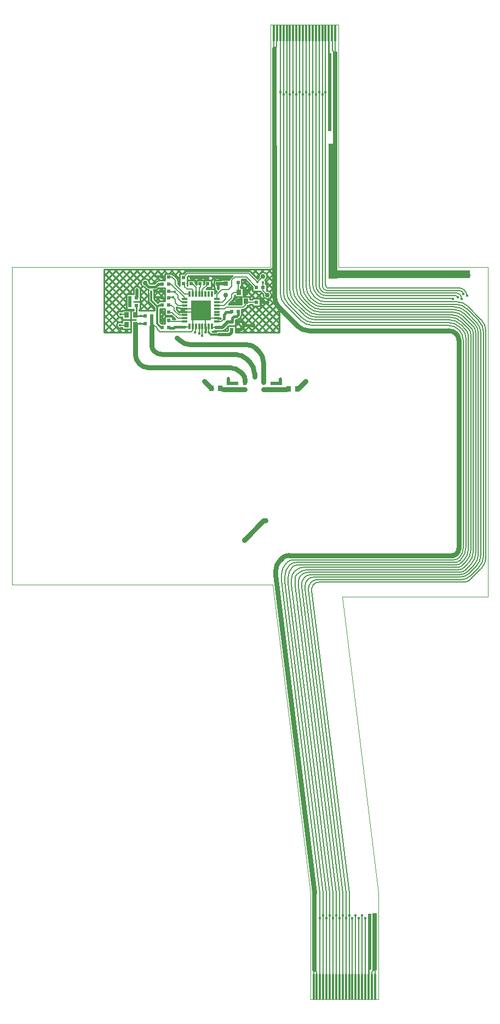
<source format=gtl>
G04*
G04 #@! TF.GenerationSoftware,Altium Limited,Altium Designer,19.0.12 (326)*
G04*
G04 Layer_Physical_Order=1*
G04 Layer_Color=255*
%FSLAX44Y44*%
%MOMM*%
G71*
G01*
G75*
%ADD17C,0.2032*%
%ADD18C,0.0127*%
%ADD19C,0.0130*%
%ADD20R,0.8000X0.9000*%
%ADD21R,0.6000X0.6000*%
%ADD22R,3.1000X3.1000*%
%ADD23R,0.3100X0.9000*%
%ADD24R,0.9000X0.3100*%
%ADD25R,0.7200X0.7200*%
%ADD26R,0.7500X0.8500*%
%ADD27R,0.6000X0.6000*%
%ADD28R,0.3000X2.6000*%
%ADD29R,0.3000X4.0000*%
%ADD42C,0.2413*%
%ADD43C,0.7620*%
%ADD44C,0.8000*%
%ADD45C,0.8000*%
%ADD46C,0.7500*%
%ADD47C,0.3810*%
%ADD48C,0.5080*%
%ADD49C,0.6350*%
%ADD50C,0.4064*%
%ADD51C,0.3302*%
%ADD52C,0.4572*%
%ADD53C,0.2540*%
%ADD54C,0.4318*%
%ADD55C,0.3048*%
%ADD56R,21.9572X1.2446*%
%ADD57R,1.3176X20.8234*%
%ADD58R,0.5588X12.1156*%
%ADD59R,0.6350X35.0264*%
G04:AMPARAMS|DCode=60|XSize=0.7552mm|YSize=49.8095mm|CornerRadius=0mm|HoleSize=0mm|Usage=FLASHONLY|Rotation=7.000|XOffset=0mm|YOffset=0mm|HoleType=Round|Shape=Rectangle|*
%AMROTATEDRECTD60*
4,1,4,2.6603,-24.7651,-3.4099,24.6731,-2.6603,24.7651,3.4099,-24.6731,2.6603,-24.7651,0.0*
%
%ADD60ROTATEDRECTD60*%

%ADD61R,0.6350X8.7930*%
%ADD62R,0.5588X8.7422*%
%ADD63C,0.4064*%
%ADD64C,0.7620*%
%ADD65C,0.5000*%
G36*
X452334Y11088D02*
D01*
D02*
G37*
D17*
X232980Y418237D02*
G03*
X232335Y419793I-2201J0D01*
G01*
X697506Y448730D02*
G03*
X696151Y452003I-4629J0D01*
G01*
X695870Y452284D02*
G03*
X692297Y453764I-3573J-3573D01*
G01*
X469804Y462940D02*
G03*
X475078Y450208I18007J0D01*
G01*
D02*
G03*
X484933Y446126I9855J9855D01*
G01*
X689316Y443650D02*
G03*
X683339Y446126I-5977J-5977D01*
G01*
X474792Y462277D02*
G03*
X478634Y453002I13117J0D01*
G01*
D02*
G03*
X485379Y450208I6745J6745D01*
G01*
X692364Y447714D02*
G03*
X687110Y450208I-6127J-6127D01*
G01*
X479804Y460943D02*
G03*
X481936Y455796I7279J0D01*
G01*
D02*
G03*
X486842Y453764I4906J4906D01*
G01*
X704416Y429842D02*
G03*
X688868Y436282I-15547J-15547D01*
G01*
X459804Y462541D02*
G03*
X467243Y444580I25400J0D01*
G01*
X468982Y442842D02*
G03*
X484819Y436282I15837J15837D01*
G01*
X466169Y438713D02*
G03*
X481353Y432424I15184J15184D01*
G01*
X464337Y440375D02*
G03*
X466169Y438713I17960J17960D01*
G01*
X703379Y425496D02*
G03*
X686655Y432424I-16724J-16724D01*
G01*
X425412Y34204D02*
G03*
X425410Y34202I9196J-9200D01*
G01*
X434608Y38012D02*
G03*
X425412Y34204I0J-13008D01*
G01*
X423986Y32778D02*
G03*
X416547Y14817I17960J-17960D01*
G01*
X429204Y29868D02*
G03*
X421765Y11908I17960J-17960D01*
G01*
X439645Y34202D02*
G03*
X429220Y29884I0J-14743D01*
G01*
X433896Y27307D02*
G03*
X427015Y10695I16612J-16612D01*
G01*
X443770Y30392D02*
G03*
X433896Y27307I0J-17344D01*
G01*
X436579Y19717D02*
G03*
X432268Y9310I10407J-10407D01*
G01*
X450988Y26582D02*
G03*
X438110Y21248I0J-18211D01*
G01*
X440396Y15660D02*
G03*
X437479Y8618I7042J-7042D01*
G01*
X457566Y22772D02*
G03*
X440396Y15660I0J-24282D01*
G01*
X447000Y14305D02*
G03*
X442724Y3981I10324J-10324D01*
G01*
X458243Y18962D02*
G03*
X447000Y14305I0J-15900D01*
G01*
X462145Y15152D02*
G03*
X452334Y11088I0J-13875D01*
G01*
D02*
G03*
X447718Y-56I11144J-11144D01*
G01*
X457414Y7786D02*
G03*
X453192Y-2406I10192J-10192D01*
G01*
X466177Y11416D02*
G03*
X457414Y7786I0J-12392D01*
G01*
X462748Y3722D02*
G03*
X458310Y-6992I10714J-10714D01*
G01*
X471333Y7278D02*
G03*
X462748Y3722I0J-12141D01*
G01*
X465796Y-342D02*
G03*
X463510Y-5861I5519J-5519D01*
G01*
X475607Y3722D02*
G03*
X465796Y-342I0J-13875D01*
G01*
X699781Y3722D02*
G03*
X708366Y7278I0J12141D01*
G01*
X725311Y24223D02*
G03*
X732750Y42183I-17960J17960D01*
G01*
Y390987D02*
G03*
X725311Y408947I-25400J0D01*
G01*
X695158Y440969D02*
G03*
X692364Y447714I-9539J0D01*
G01*
X703814Y446126D02*
G03*
X698460Y455334I-20071J-5509D01*
G01*
D02*
G03*
X693666Y457320I-4794J-4794D01*
G01*
X693798Y7278D02*
G03*
X709128Y13628I0J21680D01*
G01*
X721501Y26000D02*
G03*
X728940Y43961I-17960J17960D01*
G01*
Y389414D02*
G03*
X721501Y407375I-25400J0D01*
G01*
X692872Y11416D02*
G03*
X707307Y17395I0J20414D01*
G01*
X717437Y27524D02*
G03*
X724876Y45485I-17960J17960D01*
G01*
Y387663D02*
G03*
X717437Y405624I-25400J0D01*
G01*
X701882Y421178D02*
G03*
X683921Y428618I-17960J-17960D01*
G01*
X692546Y15152D02*
G03*
X704810Y20232I0J17344D01*
G01*
X713627Y29049D02*
G03*
X721066Y47009I-17960J17960D01*
G01*
Y387516D02*
G03*
X714780Y402692I-21462J0D01*
G01*
X700358Y417114D02*
G03*
X682397Y424554I-17960J-17960D01*
G01*
X693133Y18962D02*
G03*
X700492Y22010I0J10407D01*
G01*
X709563Y31081D02*
G03*
X717002Y49041I-17960J17960D01*
G01*
Y388532D02*
G03*
X712514Y399370I-15330J0D01*
G01*
X698834Y413050D02*
G03*
X680873Y420490I-17960J-17960D01*
G01*
X690742Y22772D02*
G03*
X698714Y26074I0J11274D01*
G01*
X705753Y33112D02*
G03*
X713192Y51073I-17960J17960D01*
G01*
Y388180D02*
G03*
X709890Y396152I-11274J0D01*
G01*
X697056Y408986D02*
G03*
X679095Y416426I-17960J-17960D01*
G01*
X689788Y26582D02*
G03*
X695920Y29122I0J8672D01*
G01*
X701943Y35145D02*
G03*
X709382Y53105I-17960J17960D01*
G01*
X687634Y30392D02*
G03*
X694841Y33377I0J10192D01*
G01*
X698206Y36742D02*
G03*
X705572Y54525I-17783J17783D01*
G01*
X709382Y386178D02*
G03*
X705882Y394628I-11950J0D01*
G01*
X695334Y405176D02*
G03*
X677373Y412616I-17960J-17960D01*
G01*
X705572Y383899D02*
G03*
X701508Y393710I-13875J0D01*
G01*
X694105Y401112D02*
G03*
X676145Y408552I-17960J-17960D01*
G01*
X685619Y34202D02*
G03*
X692364Y36996I0J9539D01*
G01*
X694323Y38955D02*
G03*
X701762Y56915I-17960J17960D01*
G01*
Y380840D02*
G03*
X696682Y393104I-17344J0D01*
G01*
X692992Y396794D02*
G03*
X675031Y404234I-17960J-17960D01*
G01*
X683017Y38012D02*
G03*
X691602Y41568I0J12141D01*
G01*
X697698Y376801D02*
G03*
X690840Y393358I-23415J0D01*
G01*
D02*
G03*
X675008Y399916I-15832J-15832D01*
G01*
X691602Y41568D02*
G03*
X697698Y56285I-14717J14717D01*
G01*
X414804Y449706D02*
G03*
X422243Y431745I25400J0D01*
G01*
X446634Y407355D02*
G03*
X464594Y399916I17960J17960D01*
G01*
X419804Y450725D02*
G03*
X427243Y432764I25400J0D01*
G01*
X448335Y411673D02*
G03*
X466295Y404234I17960J17960D01*
G01*
X424804Y452837D02*
G03*
X432243Y434876I25400J0D01*
G01*
X451129Y415991D02*
G03*
X469089Y408552I17960J17960D01*
G01*
X429804Y453933D02*
G03*
X437243Y435972I25400J0D01*
G01*
X453161Y420055D02*
G03*
X471121Y412616I17960J17960D01*
G01*
X434804Y455283D02*
G03*
X442243Y437322I25400J0D01*
G01*
X455700Y423865D02*
G03*
X473661Y416426I17960J17960D01*
G01*
X439804Y456887D02*
G03*
X447243Y438926I25400J0D01*
G01*
X458241Y427929D02*
G03*
X476201Y420490I17960J17960D01*
G01*
X444804Y457900D02*
G03*
X452243Y439939I25400J0D01*
G01*
X460190Y431993D02*
G03*
X478150Y424554I17960J17960D01*
G01*
X462632Y435730D02*
G03*
X479802Y428618I17170J17170D01*
G01*
X449804Y459079D02*
G03*
X457243Y441118I25400J0D01*
G01*
X454804Y459901D02*
G03*
X461870Y442842I24125J0D01*
G01*
X472030Y446906D02*
G03*
X484907Y441572I12877J12877D01*
G01*
X464804Y464351D02*
G03*
X472030Y446906I24671J0D01*
G01*
X486758Y458086D02*
G03*
X488602Y457320I1843J1836D01*
G01*
X484804Y462809D02*
G03*
X486758Y458086I6685J0D01*
G01*
X217241Y402899D02*
X224598Y395542D01*
X232980Y414213D02*
Y418237D01*
Y406166D02*
Y414213D01*
X695870Y452284D02*
X696151Y452003D01*
X486842Y453764D02*
X692297D01*
X484933Y446126D02*
X683339D01*
X485379Y450208D02*
X687110D01*
X704416Y429842D02*
X725311Y408947D01*
X484819Y436282D02*
X688868D01*
X467243Y444580D02*
X468982Y442842D01*
X461870D02*
X464337Y440375D01*
X481353Y432424D02*
X686655D01*
X703379Y425496D02*
X721501Y407375D01*
X379182Y467223D02*
X379560D01*
X387910Y475574D01*
X388288D01*
X366170Y480236D02*
X379182Y467223D01*
X405929Y826503D02*
X409352Y829926D01*
Y851296D01*
X499804Y819596D02*
Y851296D01*
X495256Y824144D02*
X499804Y819596D01*
X495256Y824144D02*
Y851296D01*
X387992Y459398D02*
Y466420D01*
X388072Y453764D02*
Y459318D01*
X387992Y459398D02*
X388072Y459318D01*
Y453764D02*
X394930Y446906D01*
X228629Y390046D02*
X277091D01*
X224598Y394078D02*
X228629Y390046D01*
X277091D02*
X279362Y392317D01*
X224598Y394078D02*
Y395542D01*
X271120Y480236D02*
X366170D01*
X265028Y474145D02*
X271120Y480236D01*
X377992Y458235D02*
Y458810D01*
X362166Y474636D02*
X377992Y458810D01*
X344636Y474636D02*
X362166D01*
X387992Y466420D02*
X387993Y466421D01*
X327847Y430857D02*
X339863Y442873D01*
X317152Y430857D02*
X327847D01*
X339863Y442873D02*
Y447172D01*
X294362Y383706D02*
Y398067D01*
X488602Y457320D02*
X693666D01*
X484907Y441572D02*
X680549D01*
X476201Y420490D02*
X680873D01*
X473661Y416426D02*
X679095D01*
X479802Y428618D02*
X683921D01*
X478150Y424554D02*
X682397D01*
X340066Y470066D02*
X344636Y474636D01*
X340066Y460226D02*
Y470066D01*
X334666Y454826D02*
X340066Y460226D01*
X377992Y458205D02*
X377992D01*
X324306Y454826D02*
X334666D01*
X317152Y447673D02*
X324306Y454826D01*
X317152Y440857D02*
Y447673D01*
X434608Y38012D02*
X683017D01*
X425410Y34202D02*
X425412Y34204D01*
X423986Y32778D02*
X425410Y34202D01*
X416547Y5948D02*
Y14817D01*
X421765Y4187D02*
X421847Y3526D01*
X481304Y-475920D01*
X421765Y4187D02*
Y11908D01*
Y3516D02*
Y4187D01*
X429204Y29868D02*
X429220Y29884D01*
X439645Y34202D02*
X685619D01*
X443770Y30392D02*
X687634D01*
X427015Y1767D02*
Y10695D01*
X432268Y-223D02*
Y9310D01*
X436579Y19717D02*
X438110Y21248D01*
X450988Y26582D02*
X689788D01*
X432268Y-223D02*
X432318Y-273D01*
X437479Y-1976D02*
Y8618D01*
X457566Y22772D02*
X690742D01*
X442724Y-3544D02*
X442768Y-3898D01*
X501304Y-475920D01*
X442724Y-3544D02*
Y3981D01*
Y-3903D02*
Y-3544D01*
X458243Y18962D02*
X693133D01*
X447718Y-3903D02*
Y-56D01*
X462145Y15152D02*
X692546D01*
X453192Y-7174D02*
Y-2406D01*
X466177Y11416D02*
X692872D01*
X458310Y-8148D02*
Y-6992D01*
X471333Y7278D02*
X693798D01*
X463510Y-9232D02*
Y-5861D01*
X475607Y3722D02*
X699781D01*
X216301Y402899D02*
X217241D01*
X708366Y7278D02*
X725311Y24223D01*
X732750Y42183D02*
Y390987D01*
X709128Y13628D02*
X721501Y26000D01*
X728940Y43961D02*
Y389414D01*
X707307Y17395D02*
X717437Y27524D01*
X724876Y45485D02*
Y387663D01*
X701882Y421178D02*
X717437Y405624D01*
X704810Y20232D02*
X713627Y29049D01*
X721066Y47009D02*
Y387516D01*
X700358Y417114D02*
X714780Y402692D01*
X700492Y22010D02*
X709563Y31081D01*
X717002Y49041D02*
Y388532D01*
X698834Y413050D02*
X712514Y399370D01*
X698714Y26074D02*
X705753Y33112D01*
X713192Y51073D02*
Y388180D01*
X697056Y408986D02*
X709890Y396152D01*
X709382Y53105D02*
Y386178D01*
X695920Y29122D02*
X701943Y35145D01*
X705572Y54525D02*
Y383899D01*
X694841Y33377D02*
X698206Y36742D01*
X471121Y412616D02*
X677373D01*
X695334Y405176D02*
X705882Y394628D01*
X469089Y408552D02*
X676145D01*
X694105Y401112D02*
X701508Y393710D01*
X692364Y36996D02*
X694323Y38955D01*
X701762Y56915D02*
Y380840D01*
X692992Y396794D02*
X696682Y393104D01*
X466295Y404234D02*
X675031D01*
X697698Y56285D02*
Y376801D01*
X464594Y399916D02*
X675008D01*
X464804Y851296D02*
X464804Y464351D01*
X294362Y455544D02*
X302862Y464044D01*
X294362Y448647D02*
Y455544D01*
X289362Y457851D02*
X291095Y459584D01*
X289362Y448647D02*
Y457851D01*
X278713Y464128D02*
X284362Y458478D01*
Y448647D02*
Y458478D01*
X279362Y448647D02*
Y454490D01*
X251177Y452068D02*
X256548Y446697D01*
X271045Y455869D02*
X277982D01*
X279362Y454490D01*
X243304Y452068D02*
X251177D01*
X242336Y453036D02*
X243304Y452068D01*
X266777Y448647D02*
X274362D01*
X252836Y462589D02*
X266777Y448647D01*
X252836Y462589D02*
Y469229D01*
X266572Y440857D02*
Y443150D01*
X245978Y463743D02*
X266572Y443150D01*
X242342Y463743D02*
X245978D01*
X256548Y441239D02*
Y446697D01*
X247710Y474356D02*
X252836Y469229D01*
X242343Y474356D02*
X247710D01*
X256548Y441239D02*
X261396Y436391D01*
X266038D01*
X266572Y435857D01*
X246904Y430969D02*
X250591Y427283D01*
X242383Y430969D02*
X246904D01*
X258090Y415817D02*
X266532D01*
X250591Y423317D02*
X258090Y415817D01*
X250591Y423317D02*
Y427283D01*
X256446Y410857D02*
X266572D01*
X247510Y419793D02*
X256446Y410857D01*
X242335Y419793D02*
X247510D01*
X242383Y405569D02*
X243729Y406915D01*
X242343Y474356D02*
X244377D01*
X267219Y459695D02*
X271045Y455869D01*
X291095Y459584D02*
Y463874D01*
X331143Y428321D02*
X357759D01*
X242383Y405857D02*
X266572D01*
X362676Y435963D02*
X376947D01*
X309896Y396626D02*
X314971D01*
X266847Y397857D02*
X274244Y397949D01*
X304362Y410857D02*
X317152D01*
X266572Y420857D02*
X289362D01*
X291862Y423357D02*
X302862Y412357D01*
X289362Y420857D02*
X291862Y423357D01*
X266572Y425857D02*
X280862D01*
X232383Y405569D02*
X232980Y406166D01*
X252369Y435157D02*
X256668Y430857D01*
X248670Y443539D02*
X252369Y439840D01*
Y435157D02*
Y439840D01*
X230991Y443539D02*
X232336Y442194D01*
X230677Y451377D02*
X232336Y453036D01*
X166940Y400299D02*
X175683D01*
X167702Y417063D02*
X175803D01*
X357759Y428321D02*
X361378Y431940D01*
X339863Y447172D02*
X343419Y450728D01*
X323544Y406391D02*
X327417Y410265D01*
X329957Y440737D02*
Y449889D01*
X328680Y425857D02*
X331143Y428321D01*
X299362Y398067D02*
Y408873D01*
X302846Y412357D01*
X289558Y387599D02*
Y397872D01*
X279362Y398067D02*
Y410857D01*
X283272Y389123D02*
X283879D01*
X283661Y389341D02*
X283879Y389123D01*
X267219Y459695D02*
Y463796D01*
X361378Y431940D02*
Y437261D01*
X362676Y435963D01*
X343419Y450728D02*
X350837D01*
X349515Y452117D02*
Y465714D01*
Y452117D02*
X350870Y450761D01*
X350837Y450728D02*
X350870Y450761D01*
X317152Y405857D02*
X317686Y406391D01*
X323544D01*
X317152Y425857D02*
X328680D01*
X317152Y435857D02*
X325078D01*
X329957Y440737D01*
X309362Y397160D02*
Y398067D01*
Y397160D02*
X309896Y396626D01*
X304362Y390022D02*
Y398067D01*
X302862Y412357D02*
X304362Y410857D01*
X302846Y412357D02*
X302862D01*
X302779Y464128D02*
X302862Y464044D01*
X284119Y397824D02*
X284362Y398067D01*
X289362D02*
X289558Y397872D01*
X274244Y397949D02*
X274362Y398067D01*
X279362Y392317D02*
Y398067D01*
X284119Y390519D02*
Y397824D01*
X283661Y390061D02*
X284119Y390519D01*
X283661Y389341D02*
Y390061D01*
X280862Y412357D02*
X289362Y420857D01*
X279362Y410857D02*
X280862Y412357D01*
X290841Y464128D02*
X291095Y463874D01*
X266532Y415817D02*
X266572Y415857D01*
X256668Y430857D02*
X266572D01*
X266857Y464157D02*
X267219Y463796D01*
X242336Y442194D02*
X243681Y443539D01*
X248670D01*
X242343Y474356D02*
X242814Y473884D01*
X175683Y400299D02*
X176759Y401375D01*
X175803Y417063D02*
X176759Y416107D01*
X422243Y431745D02*
X446634Y407355D01*
X427243Y432764D02*
X448335Y411673D01*
X424804Y851296D02*
X424804Y452837D01*
X432243Y434876D02*
X451129Y415991D01*
X437243Y435972D02*
X453161Y420055D01*
X442243Y437322D02*
X455700Y423865D01*
X439804Y851296D02*
X439804Y456887D01*
X447243Y438926D02*
X458241Y427929D01*
X452243Y439939D02*
X460190Y431993D01*
X457243Y441118D02*
X462632Y435730D01*
X469804Y851296D02*
X469804Y462940D01*
X474804Y715626D02*
Y851296D01*
X474792Y462277D02*
Y715626D01*
X484804Y851296D02*
X484804Y462809D01*
X479804Y851296D02*
X479804Y460943D01*
X444804Y851296D02*
X444804Y457900D01*
X449804Y851296D02*
X449804Y459079D01*
X454804Y851296D02*
X454804Y459901D01*
X459804Y851296D02*
X459804Y462541D01*
X414804Y851296D02*
X414804Y449706D01*
X419804Y851296D02*
X419804Y450725D01*
X429804Y851296D02*
X429804Y453933D01*
X434804Y851296D02*
X434804Y455283D01*
X404804Y794100D02*
Y851296D01*
X467429Y-594603D02*
X470852Y-598026D01*
X463430Y-9242D02*
X521304Y-475920D01*
X458252Y-8207D02*
X516254Y-475920D01*
X453176Y-7190D02*
X511304Y-475920D01*
X447718Y-3903D02*
X506254Y-475920D01*
X437479Y-1976D02*
X496254Y-475920D01*
X432318Y-273D02*
X491304Y-475920D01*
X427015Y1767D02*
X486254Y-475920D01*
X541304Y-514992D02*
Y-510928D01*
X531304Y-620804D02*
Y-510928D01*
X521304D02*
Y-475920D01*
X511304Y-510928D02*
Y-475920D01*
X516254Y-514992D02*
Y-475920D01*
X501304Y-510928D02*
Y-475920D01*
X506254Y-514992D02*
Y-475920D01*
X491304Y-510928D02*
Y-475920D01*
X496254Y-514992D02*
Y-475920D01*
X486304Y-620804D02*
Y-514992D01*
X486254D02*
Y-475920D01*
X481304Y-510928D02*
Y-475920D01*
X416547Y5948D02*
X476304Y-475920D01*
Y-514992D02*
Y-475920D01*
X536292Y-515004D02*
X536304Y-514992D01*
X536292Y-519310D02*
Y-515004D01*
X536304Y-620804D02*
Y-519322D01*
X536292Y-519310D02*
X536304Y-519322D01*
X466304Y-620804D02*
Y-593478D01*
X470852Y-620352D02*
Y-598026D01*
X496304Y-620804D02*
Y-514992D01*
X491304Y-620804D02*
Y-510928D01*
X481304Y-620804D02*
Y-510928D01*
X476304Y-620804D02*
Y-514992D01*
X521304Y-620804D02*
Y-510928D01*
X516304Y-620804D02*
Y-514992D01*
X511304Y-620804D02*
Y-510928D01*
X506304Y-620804D02*
Y-514992D01*
X501304Y-620804D02*
Y-510928D01*
X526304Y-620804D02*
Y-514992D01*
X541304Y-620804D02*
Y-510928D01*
X546304Y-620804D02*
Y-514992D01*
X556756Y-598026D02*
X561304Y-593478D01*
X556756Y-620352D02*
Y-598026D01*
X561304Y-620804D02*
Y-593478D01*
X556304Y-620804D02*
X556756Y-620352D01*
D18*
X510723Y-19142D02*
X566304Y-476337D01*
X0Y0D02*
X403392D01*
X403397Y0D02*
X461304Y-476337D01*
X735904Y-19138D02*
Y489996D01*
X4Y0D02*
Y489996D01*
X461304Y-640804D02*
X566304D01*
Y-476337D01*
X461304Y-640804D02*
Y-476337D01*
X399804Y864296D02*
X399804Y489996D01*
X504804Y864296D02*
X504804Y489996D01*
X4Y489996D02*
X399804Y489996D01*
X504804Y489996D02*
X735904Y489996D01*
X399804Y864296D02*
X504804D01*
D19*
X510723Y-19138D02*
X735904Y-19138D01*
D20*
X441356Y302038D02*
D03*
X427356D02*
D03*
X308230Y302602D02*
D03*
X322230D02*
D03*
X176759Y401375D02*
D03*
X190759D02*
D03*
X176759Y416107D02*
D03*
X190759D02*
D03*
D21*
X414804Y300760D02*
D03*
Y310760D02*
D03*
X402352Y300760D02*
D03*
Y310760D02*
D03*
X388914Y300848D02*
D03*
Y310848D02*
D03*
X360388Y300808D02*
D03*
Y310808D02*
D03*
X346900Y310759D02*
D03*
Y300759D02*
D03*
X334534Y310808D02*
D03*
Y300808D02*
D03*
X290841Y464128D02*
D03*
Y474128D02*
D03*
X318019D02*
D03*
Y464128D02*
D03*
X265028Y474145D02*
D03*
Y464145D02*
D03*
X302779Y464128D02*
D03*
Y474128D02*
D03*
X276966Y464077D02*
D03*
Y474077D02*
D03*
D22*
X291862Y423357D02*
D03*
D23*
X274362Y448647D02*
D03*
X279362D02*
D03*
X284362D02*
D03*
X289362D02*
D03*
X294362D02*
D03*
X299362D02*
D03*
X304362D02*
D03*
X309362D02*
D03*
Y398067D02*
D03*
X304362D02*
D03*
X299362D02*
D03*
X294362D02*
D03*
X289362D02*
D03*
X284362D02*
D03*
X279362D02*
D03*
X274362D02*
D03*
D24*
X317152Y440857D02*
D03*
Y435857D02*
D03*
Y430857D02*
D03*
Y425857D02*
D03*
Y420857D02*
D03*
Y415857D02*
D03*
Y410857D02*
D03*
Y405857D02*
D03*
X266572D02*
D03*
Y410857D02*
D03*
Y415857D02*
D03*
Y420857D02*
D03*
Y425857D02*
D03*
Y430857D02*
D03*
Y435857D02*
D03*
Y440857D02*
D03*
D25*
X330013Y464096D02*
D03*
Y474096D02*
D03*
D26*
X350870Y437261D02*
D03*
X361378D02*
D03*
X350870Y450761D02*
D03*
X361378D02*
D03*
D27*
X377992Y435730D02*
D03*
X387992D02*
D03*
X182489Y430839D02*
D03*
X192489D02*
D03*
X339571Y421003D02*
D03*
X349571D02*
D03*
X387992Y458235D02*
D03*
X377992D02*
D03*
X216301Y402899D02*
D03*
X206301D02*
D03*
X206301Y414837D02*
D03*
X216301D02*
D03*
X359573Y466145D02*
D03*
X349573D02*
D03*
X349694Y405394D02*
D03*
X339694D02*
D03*
X232342Y431485D02*
D03*
X242342D02*
D03*
X232342Y407863D02*
D03*
X242342D02*
D03*
X349694Y393710D02*
D03*
X339694D02*
D03*
X232342Y396941D02*
D03*
X242342D02*
D03*
X232383Y420817D02*
D03*
X242383D02*
D03*
X232336Y442194D02*
D03*
X242336D02*
D03*
X232336Y453036D02*
D03*
X242336D02*
D03*
X232342Y463743D02*
D03*
X242342D02*
D03*
X232343Y474356D02*
D03*
X242343D02*
D03*
X182569Y442523D02*
D03*
X192569D02*
D03*
D28*
X489804Y851296D02*
D03*
X484804D02*
D03*
X479804D02*
D03*
X474804D02*
D03*
X469804D02*
D03*
X464804D02*
D03*
X494804D02*
D03*
X499804D02*
D03*
X449804D02*
D03*
X444804D02*
D03*
X439804D02*
D03*
X434804D02*
D03*
X429804D02*
D03*
X424804D02*
D03*
X419804D02*
D03*
X414804D02*
D03*
X409804D02*
D03*
X404804D02*
D03*
X454804D02*
D03*
X459804D02*
D03*
D29*
X521304Y-620804D02*
D03*
X516304D02*
D03*
X466304D02*
D03*
X471304D02*
D03*
X476304D02*
D03*
X481304D02*
D03*
X486304D02*
D03*
X491304D02*
D03*
X496304D02*
D03*
X501304D02*
D03*
X506304D02*
D03*
X511304D02*
D03*
X561304D02*
D03*
X556304D02*
D03*
X526304D02*
D03*
X531304D02*
D03*
X536304D02*
D03*
X541304D02*
D03*
X546304D02*
D03*
X551304D02*
D03*
D42*
X399804Y486186D02*
G03*
X403614Y489996I0J3810D01*
G01*
X399804Y486186D02*
G03*
X403614Y489996I0J3810D01*
G01*
X394768Y475574D02*
G03*
X381852Y474814I-6481J0D01*
G01*
X391307Y469839D02*
G03*
X394768Y475574I-3019J5734D01*
G01*
X368819Y482885D02*
G03*
X366170Y483983I-2649J-2649D01*
G01*
X368824Y482879D02*
G03*
X366170Y483983I-2655J-2643D01*
G01*
X337423Y472721D02*
G03*
X336337Y470426I2643J-2655D01*
G01*
X337417Y472715D02*
G03*
X336337Y470426I2649J-2649D01*
G01*
X392074Y463966D02*
G03*
X392755Y466420I-4081J2454D01*
G01*
D02*
G03*
X391307Y469839I-4762J0D01*
G01*
X401411Y446906D02*
G03*
X393840Y453294I-6481J0D01*
G01*
X384543Y452505D02*
G03*
X385429Y451109I3529J1259D01*
G01*
X384543Y452505D02*
G03*
X385423Y451115I3529J1259D01*
G01*
X313812Y456631D02*
G03*
X316465Y452284I4890J0D01*
G01*
X314503Y450322D02*
G03*
X313643Y448984I2649J-2649D01*
G01*
X314509Y450327D02*
G03*
X313643Y448984I2643J-2655D01*
G01*
X388542Y447996D02*
G03*
X401411Y446906I6388J-1090D01*
G01*
X364027Y429291D02*
G03*
X364737Y430281I-2649J2649D01*
G01*
X364021Y429285D02*
G03*
X364737Y430281I-2643J2655D01*
G01*
X357759Y424574D02*
G03*
X360414Y425677I0J3747D01*
G01*
X357759Y424574D02*
G03*
X360408Y425672I0J3747D01*
G01*
X353528Y412363D02*
G03*
X354930Y415272I-3457J3457D01*
G01*
X353525Y412360D02*
G03*
X354930Y415272I-3454J3460D01*
G01*
X342512Y440224D02*
G03*
X343609Y442873I-2649J2649D01*
G01*
X347531Y408391D02*
G03*
X350991Y409826I0J4890D01*
G01*
X347531Y408391D02*
G03*
X350988Y409823I0J4890D01*
G01*
X342506Y440218D02*
G03*
X343609Y442873I-2643J2655D01*
G01*
X324914Y391356D02*
G03*
X328641Y392899I0J5271D01*
G01*
X324914Y391356D02*
G03*
X328641Y392899I0J5271D01*
G01*
X319387Y391327D02*
G03*
X316146Y390213I0J-5271D01*
G01*
X319387Y391327D02*
G03*
X316146Y390213I0J-5271D01*
G01*
X313643Y391526D02*
G03*
X314971Y391356I1328J5100D01*
G01*
X300186Y390837D02*
G03*
X300107Y390022I4176J-815D01*
G01*
X271120Y483983D02*
G03*
X268465Y482879I0J-3747D01*
G01*
X271120Y483983D02*
G03*
X268470Y482885I0J-3747D01*
G01*
X250359Y477005D02*
G03*
X248073Y478085I-2649J-2649D01*
G01*
X250364Y476999D02*
G03*
X248073Y478085I-2655J-2643D01*
G01*
X270965Y463796D02*
G03*
X270759Y465023I-3747J0D01*
G01*
X270965Y463796D02*
G03*
X270759Y465023I-3747J0D01*
G01*
X256583Y469229D02*
G03*
X255480Y471884I-3747J0D01*
G01*
X256583Y469229D02*
G03*
X255485Y471878I-3747J0D01*
G01*
X226516Y468379D02*
G03*
X223238Y467021I0J-4636D01*
G01*
X226516Y468379D02*
G03*
X223238Y467021I0J-4636D01*
G01*
X212418Y464565D02*
G03*
X212485Y465494I-6414J929D01*
G01*
X221264Y454949D02*
G03*
X226406Y457079I1093J4636D01*
G01*
X212485Y465494D02*
G03*
X204733Y459140I-6481J0D01*
G01*
X198623Y454936D02*
G03*
X188082Y454936I-5271J0D01*
G01*
X220007Y452117D02*
G03*
X219073Y454949I-4762J0D01*
G01*
X219626Y450250D02*
G03*
X220007Y452117I-4381J1866D01*
G01*
X207566Y456306D02*
G03*
X210844Y454949I3278J3278D01*
G01*
X207566Y456306D02*
G03*
X210844Y454949I3278J3278D01*
G01*
X211415D02*
G03*
X210863Y450250I3829J-2832D01*
G01*
Y438632D02*
G03*
X212146Y435534I4381J0D01*
G01*
X210863Y438632D02*
G03*
X212146Y435534I4381J0D01*
G01*
X198300Y441164D02*
G03*
X198623Y442983I-4947J1818D01*
G01*
X254272Y427977D02*
G03*
X256668Y427111I2396J2880D01*
G01*
X254272Y427977D02*
G03*
X256668Y427111I2396J2880D01*
G01*
X226612Y434644D02*
G03*
X225610Y434463I272J-4373D01*
G01*
X226612Y434644D02*
G03*
X225610Y434463I272J-4373D01*
G01*
X170029Y421218D02*
G03*
X170029Y412907I-2327J-4155D01*
G01*
X169880Y404045D02*
G03*
X169880Y396552I-2940J-3747D01*
G01*
X403614Y489996D02*
X405450D01*
X403454Y488904D02*
X405450Y486908D01*
X393438Y479507D02*
X400131Y486200D01*
X384619Y486186D02*
X388769Y482036D01*
X373843Y486186D02*
X382209Y477820D01*
X395395Y486186D02*
X405450Y476131D01*
X394751Y476054D02*
X405450Y465355D01*
X392540Y467833D02*
X405450Y480742D01*
X377429Y474274D02*
X389341Y486186D01*
X379371Y472333D02*
X381852Y474814D01*
X363066Y486186D02*
X365270Y483983D01*
X354809D02*
X357012Y486186D01*
X365585Y483983D02*
X367788Y486186D01*
X344032Y483983D02*
X346236Y486186D01*
X341514D02*
X343717Y483983D01*
X352290Y486186D02*
X354493Y483983D01*
X372041Y479663D02*
X378565Y486186D01*
X368824Y482879D02*
X379371Y472333D01*
X337423Y472721D02*
X341191Y476489D01*
X330476Y470426D02*
X336539Y476489D01*
X393723Y458239D02*
X405450Y469966D01*
X392659Y467370D02*
X405450Y454579D01*
X393723Y455530D02*
X395946Y453306D01*
X392074Y463966D02*
X393723D01*
Y453412D02*
Y463966D01*
X398545Y452285D02*
X405450Y459190D01*
X385429Y451109D02*
X388542Y447996D01*
X383722Y452505D02*
X384543D01*
X382262D02*
X383722D01*
X360615Y470889D02*
X372262Y459242D01*
X355303Y470889D02*
X360615D01*
X355303Y462925D02*
X361941Y469563D01*
X353261Y457742D02*
X357351D01*
X355303Y460414D02*
Y470889D01*
X353261Y460414D02*
X355303D01*
X353261Y457742D02*
Y460414D01*
X372262Y452505D02*
X382262D01*
X356811Y470889D02*
X372262Y455438D01*
X382262Y452505D02*
X383722D01*
X372262D02*
Y459242D01*
X357351Y454196D02*
X367329Y464174D01*
X343609Y445620D02*
X344389Y446400D01*
X322480Y483983D02*
X324683Y486186D01*
X319961D02*
X322164Y483983D01*
X333256D02*
X335459Y486186D01*
X330737D02*
X332941Y483983D01*
X311703D02*
X313907Y486186D01*
X309185D02*
X311388Y483983D01*
X319961Y486186D02*
X322164Y483983D01*
X329658Y476489D02*
X335720Y470426D01*
X319132Y469858D02*
X325763Y476489D01*
X329658D02*
X335720Y470426D01*
X323682D02*
X336337D01*
X318881Y476489D02*
X324944Y470426D01*
X312288Y469858D02*
X323682D01*
X312288Y458397D02*
Y469858D01*
X300927Y483983D02*
X303130Y486186D01*
X297579Y469858D02*
X304210Y476489D01*
X308355Y469858D02*
X314987Y476489D01*
X308105D02*
X314736Y469858D01*
X290151Y483983D02*
X292354Y486186D01*
X287632D02*
X289836Y483983D01*
X298408Y486186D02*
X300612Y483983D01*
X308509Y458397D02*
Y469858D01*
X297329Y476489D02*
X303960Y469858D01*
X297048Y463529D02*
Y469858D01*
X296571Y463052D02*
Y469858D01*
X286803D02*
X293434Y476489D01*
X286552D02*
X293184Y469858D01*
X285110Y463028D02*
Y469858D01*
X313812Y456631D02*
Y458397D01*
X308509Y465309D02*
X312288Y461530D01*
Y458397D02*
X313812D01*
X308643Y455878D02*
X313643D01*
X308509Y459236D02*
X312288Y463015D01*
X307671Y458397D02*
X308509Y459236D01*
X305151Y455878D02*
X307671Y458397D01*
X314509Y450327D02*
X316465Y452284D01*
X313643Y448984D02*
Y455878D01*
X305082D02*
X308643D01*
X313643Y453593D02*
X314385Y454335D01*
X297048Y469858D02*
X308509D01*
X285110D02*
X296571D01*
X302513Y458397D02*
X308509D01*
X282697Y469569D02*
X285110Y467155D01*
X282697Y465752D02*
X285110Y468166D01*
X282697Y465442D02*
Y469808D01*
Y465442D02*
X285110Y463028D01*
X305082Y455878D02*
X308643D01*
X304645Y458397D02*
X307164Y455878D01*
X303643D02*
X305082D01*
X300082D02*
X303643D01*
X299994D02*
X302513Y458397D01*
X300082Y455878D02*
X303643D01*
X400269Y443232D02*
X405450Y448414D01*
X401330Y447922D02*
X405450Y443802D01*
X383722Y437462D02*
X389551Y443291D01*
X376944Y441460D02*
X386011Y450527D01*
X372262Y441460D02*
X383722D01*
X372262Y439710D02*
Y441460D01*
X397513Y440963D02*
X413218Y425258D01*
X375195Y452505D02*
X413218Y414482D01*
X405450Y434365D02*
X413218Y426597D01*
X383722Y433201D02*
X413218Y403705D01*
X405450Y434365D02*
Y489996D01*
X383722Y429999D02*
Y441460D01*
X372262Y429999D02*
Y432217D01*
X358173Y444242D02*
X372262Y458330D01*
X355303Y461620D02*
X375463Y441460D01*
X367859Y443151D02*
X377212Y452505D01*
X357351Y444242D02*
X367859D01*
X357351Y448797D02*
X361905Y444242D01*
X357351D02*
Y457742D01*
Y448797D02*
X361905Y444242D01*
X367859Y439710D02*
X372262D01*
X346074Y389038D02*
X398604Y441567D01*
X367859Y432217D02*
X372262D01*
X356851Y389038D02*
X405450Y437637D01*
X367859Y439710D02*
Y444242D01*
X351590Y443781D02*
X354897Y440473D01*
X367859Y430281D02*
Y432217D01*
X372262Y429999D02*
X383722D01*
X364737Y430281D02*
X367859D01*
X376148Y429999D02*
X413218Y392929D01*
X376148Y429999D02*
X413218Y392929D01*
X360414Y425677D02*
X364021Y429285D01*
X413218Y389038D02*
Y426597D01*
X378403Y389038D02*
X413218Y423853D01*
X410732Y389038D02*
X413218Y391524D01*
X389180Y389038D02*
X413218Y413076D01*
X367627Y389038D02*
X409202Y430613D01*
X365090Y430281D02*
X406333Y389038D01*
X399956D02*
X413218Y402300D01*
X355301Y419818D02*
X365765Y430281D01*
X355301Y424574D02*
X357759D01*
X355301Y415272D02*
Y424574D01*
X359559Y425035D02*
X395556Y389038D01*
X355301Y418517D02*
X384780Y389038D01*
X345425Y389038D02*
X413218Y389038D01*
X352104Y410938D02*
X374004Y389038D01*
X345425Y399165D02*
X376260Y429999D01*
X345425Y406841D02*
X363228Y389038D01*
X354897Y432067D02*
Y443781D01*
X344389D02*
X354897D01*
X345998Y432067D02*
X354897Y440966D01*
X343273Y441321D02*
X352527Y432067D01*
X344389Y443781D02*
Y446400D01*
X343609Y442873D02*
Y445620D01*
X350991Y409826D02*
X353525Y412360D01*
X345425Y408391D02*
X347531D01*
X345425Y406235D02*
Y408391D01*
Y406235D02*
Y408391D01*
Y399663D02*
Y406235D01*
X335222Y432067D02*
X346936Y443781D01*
X334355Y432067D02*
X354897D01*
X334355D02*
X342506Y440218D01*
X338053Y435765D02*
X341751Y432067D01*
X322527Y410673D02*
Y411577D01*
X317362D02*
X322527D01*
X335405Y399663D02*
X339234D01*
X317686Y410138D02*
X321992D01*
X339234Y399663D02*
X345425D01*
X335405D02*
X339234D01*
X319136Y411577D02*
X320575Y410138D01*
X317362D02*
Y411577D01*
X317686Y410138D02*
X321992D01*
X335182Y399440D02*
X345425D01*
X333964Y398222D02*
X335182Y399440D01*
X333227Y397486D02*
X333964Y396749D01*
X328641Y392899D02*
X333964Y398222D01*
X319387Y391327D02*
X333964D01*
X345425Y389038D02*
Y399440D01*
X333964Y391327D02*
Y398222D01*
X345425Y396064D02*
X352451Y389038D01*
X327752Y392185D02*
X328609Y391327D01*
X326811D02*
X327540Y392056D01*
X298643Y395488D02*
X300082Y396927D01*
X314971Y391356D02*
X324914D01*
X308997Y390837D02*
X313643D01*
X300082D02*
Y397858D01*
X298643Y390837D02*
Y397858D01*
X300082D01*
X314920Y390213D02*
X316063Y391356D01*
X308997Y390837D02*
X309621Y390213D01*
X316146D01*
X298109Y389038D02*
Y390837D01*
Y389038D02*
X300128D01*
X279374Y483983D02*
X281578Y486186D01*
X276856D02*
X279059Y483983D01*
X271120D02*
X366170D01*
X266080Y486186D02*
X268965Y483301D01*
X255303Y486186D02*
X261614Y479875D01*
X275776Y476489D02*
X282458Y469808D01*
X264491Y479875D02*
X270802Y486186D01*
X275976Y469808D02*
X282658Y476489D01*
X272671D02*
X341191D01*
X265460Y479875D02*
X268465Y482879D01*
X259298Y479875D02*
X265460D01*
X259298Y469875D02*
Y479875D01*
X243149Y480086D02*
X249249Y486186D01*
X142708D02*
X399804Y486186D01*
X236612Y480086D02*
X248073D01*
X233751Y486186D02*
X239850Y480086D01*
X248073Y478085D02*
Y480086D01*
X250601Y476762D02*
X260025Y486186D01*
X244527D02*
X259298Y471415D01*
X250364Y476999D02*
X255480Y471884D01*
X216506Y464220D02*
X238473Y486186D01*
X222974D02*
X236612Y472548D01*
X216506Y464220D02*
X238473Y486186D01*
X236612Y469474D02*
Y480086D01*
X270759Y469875D02*
Y474577D01*
X272671Y476489D01*
X271236Y469808D02*
X282697D01*
X270759Y470731D02*
X271681Y469808D01*
X270759Y468414D02*
Y469875D01*
X259298Y468414D02*
Y469875D01*
X270759Y468414D02*
Y469875D01*
X271236Y460977D02*
Y469808D01*
X270965Y461247D02*
Y463796D01*
X270759Y465023D02*
Y468414D01*
X259298D02*
Y469875D01*
Y461425D02*
Y468414D01*
X255941Y471326D02*
X259298Y474682D01*
X258057Y462666D02*
X259298Y463906D01*
X256583Y464140D02*
Y469229D01*
X232537Y469474D02*
X236612Y473549D01*
X226612Y469474D02*
X236612D01*
X256583Y464140D02*
X259298Y461425D01*
X229595Y458013D02*
X236605Y451002D01*
X227341Y458013D02*
X236605D01*
Y447924D02*
Y458013D01*
X232608Y437216D02*
X236605Y441213D01*
X226612Y437216D02*
X236605D01*
X212198Y486186D02*
X228910Y469474D01*
X211060Y469549D02*
X227696Y486186D01*
X226612Y468379D02*
Y469474D01*
X201422Y486186D02*
X221912Y465695D01*
X220436Y464220D02*
X223238Y467021D01*
X219626Y445786D02*
X231852Y458013D01*
X226406Y457079D02*
X227341Y458013D01*
X212764Y464220D02*
X220436D01*
X204733Y459140D02*
X207566Y456306D01*
X190645Y486186D02*
X204944Y471887D01*
X179869Y486186D02*
X199597Y466459D01*
X198290Y456780D02*
X201950Y460439D01*
X169093Y486186D02*
X195554Y459725D01*
X142708Y465856D02*
X163039Y486186D01*
X142708Y476632D02*
X152262Y486186D01*
X158316D02*
X188250Y456253D01*
X178987Y448253D02*
X216920Y486186D01*
X147540D02*
X185473Y448253D01*
X198142Y457137D02*
X210863Y444416D01*
X142708Y455079D02*
X173815Y486186D01*
X142708Y444303D02*
X184591Y486186D01*
X142708Y480242D02*
X176839Y446111D01*
X219073Y454949D02*
X221264D01*
X219626Y440447D02*
Y450250D01*
X222344Y437729D02*
X236605Y451990D01*
X221996Y454835D02*
X236605Y440226D01*
Y437216D02*
Y447305D01*
X219626Y446429D02*
X228839Y437216D01*
X210863Y438632D02*
Y450250D01*
X198623Y446337D02*
X208120Y455833D01*
X198623Y446337D02*
X208120Y455833D01*
X198623Y442983D02*
Y454936D01*
X188082Y448253D02*
Y454936D01*
X186839Y448253D02*
X188082D01*
X176839D02*
X186839D01*
X188082D01*
X198300Y436792D02*
Y441164D01*
X188300Y436792D02*
X198300D01*
X188220Y436569D02*
X198220D01*
X176839Y436792D02*
Y448253D01*
X197157Y436569D02*
X198220Y435506D01*
X259342Y426577D02*
X266362D01*
X256668Y427111D02*
X259342D01*
X254337Y424869D02*
Y427283D01*
Y426617D02*
X255152Y427431D01*
X228979Y425755D02*
X236612D01*
X266362Y420138D02*
Y426577D01*
X261031D02*
X266362Y421245D01*
X258852Y420354D02*
X265074Y426577D01*
X229524Y425755D02*
X236653Y418626D01*
X228979Y422811D02*
X231923Y425755D01*
X228979Y404747D02*
Y425755D01*
X236653Y415087D02*
Y425755D01*
X226612Y434644D02*
Y437216D01*
X219626Y440447D02*
X225610Y434463D01*
X198220Y435157D02*
X210863Y447800D01*
X142708Y433527D02*
X195367Y486186D01*
X212146Y435534D02*
X220216Y427464D01*
X198623Y445879D02*
X220216Y424286D01*
X197176Y423337D02*
X211087Y437248D01*
X220216Y423103D02*
Y427464D01*
X207719Y423103D02*
X216148Y431532D01*
X198220Y425108D02*
Y436569D01*
X142708Y422750D02*
X206144Y486186D01*
X198220Y435506D02*
X210623Y423103D01*
X259342Y420138D02*
X266362D01*
X254337Y424869D02*
X259342Y419864D01*
X236653Y415087D02*
X246918D01*
X236612Y413594D02*
X248073D01*
X240192Y415087D02*
X241685Y413594D01*
X228979Y412035D02*
X236653Y419708D01*
X241315Y413594D02*
X242808Y415087D01*
X248073Y409604D02*
Y413594D01*
X246918Y415087D02*
X252401Y409604D01*
X248101D02*
X250251Y411754D01*
X248073Y409604D02*
X252401D01*
X236612Y402672D02*
Y413594D01*
X230723Y403003D02*
X236612Y408891D01*
X231054Y402672D02*
X236612D01*
X218495Y423103D02*
X220216Y424824D01*
X197842Y425108D02*
X199846Y423103D01*
X210937D02*
X220216D01*
X197490D02*
X210780D01*
X196490Y423337D02*
Y425108D01*
X198220D01*
X196490Y423337D02*
X197490D01*
X228979Y404747D02*
X231054Y402672D01*
X228979Y415523D02*
X236612Y407891D01*
X228979Y404747D02*
X231054Y402672D01*
X196490Y423103D02*
X197490D01*
X184029Y408876D02*
X191222D01*
X184029Y408605D02*
X191222D01*
X186759Y425108D02*
X188220D01*
X186759D02*
X188220D01*
X188489Y423337D02*
Y425108D01*
X187065D02*
X188489Y423685D01*
X176759Y425108D02*
X186759D01*
X176759D02*
Y436569D01*
X186400Y423337D02*
X188171Y425108D01*
X184029Y408876D02*
Y423337D01*
X188489D01*
X183490Y417907D02*
X184029Y417368D01*
X183490Y420427D02*
X184029Y420966D01*
X175624Y423337D02*
X177395Y425108D01*
X175624Y423337D02*
X177395Y425108D01*
X183490Y408876D02*
Y423337D01*
X142708Y458689D02*
X178060Y423337D01*
X142708Y469465D02*
X176759Y435415D01*
X170029Y423337D02*
X183490D01*
X142708Y437136D02*
X162942Y416903D01*
X142708Y447913D02*
X168967Y421654D01*
X170029Y421218D02*
Y423337D01*
X142708Y401198D02*
X176759Y435248D01*
X142708Y411974D02*
X176839Y446105D01*
X142708Y390421D02*
X165260Y412974D01*
X142708Y415584D02*
X169254Y389038D01*
X142708Y426360D02*
X164614Y404454D01*
X142708Y486186D02*
X142708Y389038D01*
Y390421D02*
X165260Y412974D01*
X183490Y409651D02*
X184029Y410190D01*
X182715Y408876D02*
X183490Y409651D01*
Y398874D02*
X184029Y399413D01*
X183490Y407131D02*
X184029Y406592D01*
X182016Y408605D02*
X183490Y407131D01*
X170029Y408876D02*
X183490D01*
X170029Y408605D02*
X183490D01*
X184029Y394144D02*
Y401375D01*
X184029Y394144D02*
Y408605D01*
X184029Y389038D02*
Y394144D01*
X183490Y396355D02*
X184029Y395816D01*
X183490Y394144D02*
Y408605D01*
X174924Y394144D02*
X180030Y389038D01*
X173654D02*
X178760Y394144D01*
X170029Y408876D02*
Y412907D01*
X167542Y412303D02*
X170029Y409816D01*
Y394144D02*
X183490D01*
X170029Y409816D02*
X170968Y408876D01*
X170029Y404045D02*
Y408605D01*
X168004Y404941D02*
X170029Y406966D01*
Y394144D02*
Y396552D01*
X162877Y389038D02*
X170029Y396190D01*
X142708Y389038D02*
X184029Y389038D01*
X152101Y389038D02*
X162298Y399235D01*
X142708Y404808D02*
X158478Y389038D01*
X142708Y394031D02*
X147701Y389038D01*
D43*
X405929Y444788D02*
G03*
X413368Y426827I25400J0D01*
G01*
X428320Y44870D02*
G03*
X417282Y40298I0J-15610D01*
G01*
X415070Y38085D02*
G03*
X407630Y20125I17960J-17960D01*
G01*
X681406Y44870D02*
G03*
X687553Y47425I0J8672D01*
G01*
X690840Y377197D02*
G03*
X686776Y387008I-13875J0D01*
G01*
D02*
G03*
X675236Y391788I-11540J-11540D01*
G01*
X687553Y47425D02*
G03*
X690840Y55382I-7987J7956D01*
G01*
X440969Y399227D02*
G03*
X458929Y391788I17960J17960D01*
G01*
X405929Y444788D02*
Y482766D01*
Y677260D01*
X407630Y14136D02*
Y20125D01*
X415070Y38085D02*
X417282Y40298D01*
X428320Y44870D02*
X681406D01*
X690840Y55382D02*
Y377197D01*
X458929Y391788D02*
X675236D01*
X413368Y426827D02*
X440969Y399227D01*
D44*
X374920Y325553D02*
G03*
X367481Y343513I-25400J0D01*
G01*
X363310Y347685D02*
G03*
X345349Y355124I-17960J-17960D01*
G01*
X219726Y360204D02*
G03*
X231990Y355124I12264J12264D01*
G01*
X216301Y368473D02*
G03*
X219726Y360204I11695J0D01*
G01*
X216301Y368473D02*
Y398558D01*
X374920Y320326D02*
Y325553D01*
X363310Y347685D02*
X367481Y343513D01*
X231990Y355124D02*
X345349D01*
D45*
X190759Y355758D02*
G03*
X197120Y340402I21717J0D01*
G01*
D02*
G03*
X210635Y334804I13515J13515D01*
G01*
X354165Y327365D02*
G03*
X336205Y334804I-17960J-17960D01*
G01*
X360388Y315830D02*
G03*
X356632Y324898I-12824J0D01*
G01*
X441356Y302038D02*
G03*
X442601Y302554I0J1760D01*
G01*
X424272Y300760D02*
G03*
X427356Y302038I0J4362D01*
G01*
X322230Y302602D02*
G03*
X326561Y300808I4331J4331D01*
G01*
X258824Y377222D02*
G03*
X275994Y370110I17170J17170D01*
G01*
X377968Y364014D02*
G03*
X363251Y370110I-14717J-14717D01*
G01*
X388913Y342547D02*
G03*
X381474Y360508I-25400J0D01*
G01*
X297280Y313552D02*
X308230Y302602D01*
X255134Y380912D02*
X258824Y377222D01*
X210635Y334804D02*
X336205D01*
X354165Y327365D02*
X356632Y324898D01*
X442601Y302554D02*
X453574Y313527D01*
X414804Y300760D02*
X424272D01*
X414804Y300760D02*
X414804Y300760D01*
X402352Y300760D02*
X414804D01*
X402264Y300848D02*
X402352Y300760D01*
X388914Y300848D02*
X402264D01*
X326561Y300808D02*
X334534D01*
X334583Y300759D01*
X346900D01*
X346949Y300808D01*
X360388D01*
Y312706D02*
Y315830D01*
X388915Y312451D02*
Y320579D01*
X275994Y370110D02*
X363251D01*
X377968Y364014D02*
X381474Y360508D01*
X388913Y320579D02*
Y342547D01*
X190759Y355758D02*
Y401375D01*
X358836Y68402D02*
X388836Y98402D01*
X391856D01*
D46*
X394930Y446906D02*
D03*
X388288Y475574D02*
D03*
X206005Y465494D02*
D03*
X372832Y400470D02*
D03*
X695666Y476162D02*
D03*
X330052Y446979D02*
D03*
D47*
X216301Y398558D02*
Y402899D01*
X205289Y464778D02*
X205650D01*
X210844Y459584D01*
X222356D01*
X249939Y395913D02*
X251955Y397913D01*
X243682Y395937D02*
X249939Y395913D01*
X226516Y463743D02*
X232342D01*
X222356Y459584D02*
X226516Y463743D01*
X251955Y397913D02*
X266847Y397857D01*
D48*
X317765Y463874D02*
X318702Y462937D01*
X334534Y310808D02*
X334559Y310784D01*
X346875D01*
X346900Y310759D01*
X402352Y310760D02*
X402352Y310760D01*
X414804D01*
X414804Y310760D01*
X414804Y310761D02*
X414804Y310760D01*
X414804Y310761D02*
Y317549D01*
X402352Y310760D02*
X402352Y310760D01*
X334534Y310808D02*
X334603Y310877D01*
Y317666D01*
X319387Y386057D02*
X334312D01*
X336443D01*
X193353Y442983D02*
Y454936D01*
X314971Y396626D02*
X324914D01*
X332125Y403837D01*
X333222Y404934D02*
X339234D01*
X332125Y403837D02*
X333222Y404934D01*
X192569Y442523D02*
X193029Y442983D01*
X336443Y386057D02*
X339491Y389105D01*
Y393506D01*
X319289Y385958D02*
X319387Y386057D01*
X216301Y402899D02*
Y414837D01*
X182489Y430839D02*
X182569Y430919D01*
Y442523D01*
X339234Y404934D02*
X339694Y405394D01*
X339491Y393506D02*
X339694Y393710D01*
X318019Y464128D02*
X329981D01*
X330013Y464096D01*
X317765Y463874D02*
X318019Y464128D01*
X216301Y414837D02*
X216301Y414837D01*
D49*
X405929Y677260D02*
Y826503D01*
X467429Y-594603D02*
Y-476638D01*
D50*
X357694Y400045D02*
X372407D01*
X372832Y400470D01*
X278713Y474128D02*
X290841D01*
X278941Y474356D02*
X283661D01*
X278713Y474128D02*
X278941Y474356D01*
X355313Y406235D02*
X357694Y403854D01*
X350535Y406235D02*
X355313D01*
X354404Y393710D02*
X357694Y397000D01*
X349694Y393710D02*
X354404D01*
X290841Y474128D02*
X302779D01*
X388195Y435933D02*
X395159D01*
X361378Y450761D02*
Y451261D01*
X387992Y435730D02*
X388195Y435933D01*
X357694Y397000D02*
Y400045D01*
Y403854D01*
X359573Y466145D02*
X367482Y458235D01*
X361378Y451261D02*
X368352Y458235D01*
X349694Y405394D02*
X350535Y406235D01*
X342655Y435043D02*
X349152D01*
X350870Y436761D02*
Y437261D01*
X349152Y435043D02*
X350870Y436761D01*
X342454Y434843D02*
X342655Y435043D01*
D51*
X230089Y396941D02*
X232342D01*
X224598Y402433D02*
X230089Y396941D01*
X224598Y402433D02*
Y427985D01*
Y429279D01*
Y427985D02*
X226884Y430271D01*
X231685D01*
X232383Y430969D01*
X215244Y438632D02*
Y452117D01*
Y438632D02*
X224598Y429279D01*
D52*
X330693Y474157D02*
X337018D01*
X330322Y473787D02*
X330693Y474157D01*
X330013Y474096D02*
X330322Y473787D01*
X318035Y474112D02*
X329997D01*
X330013Y474096D01*
X318019Y474128D02*
X318035Y474112D01*
D53*
X206301Y402899D02*
X207063D01*
X198436D02*
X206301D01*
X192283D02*
X198436D01*
X190759Y401375D02*
X192283Y402899D01*
X190759Y416107D02*
X192029Y414837D01*
X190759Y416107D02*
X192489Y417837D01*
X192029Y414837D02*
X198784D01*
X192489Y417837D02*
Y430839D01*
X198784Y414837D02*
X206301D01*
X207063D01*
X489804Y792856D02*
Y851296D01*
X489778Y792830D02*
X489804Y792856D01*
X551278Y-592208D02*
X551304Y-592234D01*
Y-620804D02*
Y-592234D01*
D54*
X318702Y456631D02*
Y462937D01*
X327417Y416262D02*
X331317Y420162D01*
X338730D01*
X340535Y406235D02*
Y410751D01*
X327417Y410265D02*
Y416262D01*
X339694Y405394D02*
X340535Y406235D01*
X343065Y413280D02*
X347531D01*
X350071Y415820D01*
Y420503D01*
X349571Y421003D02*
X350071Y420503D01*
X340535Y410751D02*
X343065Y413280D01*
X338730Y420162D02*
X339571Y421003D01*
D55*
X230810Y475888D02*
X232343Y474356D01*
X221611Y475888D02*
X230810D01*
X307859Y385958D02*
X319289D01*
X224175Y443539D02*
X230991D01*
X224175Y451377D02*
X230677D01*
X304362Y389455D02*
X307859Y385958D01*
X304362Y389455D02*
Y390022D01*
D56*
X599088Y478575D02*
D03*
D57*
X495890Y576469D02*
D03*
D58*
X491302Y759752D02*
D03*
D59*
X499303Y647484D02*
D03*
D60*
X437807Y-230715D02*
D03*
D61*
X560803Y-551799D02*
D03*
D62*
X552802Y-551545D02*
D03*
D63*
X681367Y440931D02*
D03*
X379182Y467223D02*
D03*
X254976Y380912D02*
D03*
X405929Y482766D02*
D03*
X405659Y442634D02*
D03*
X387992Y466420D02*
D03*
X491304Y752260D02*
D03*
Y760134D02*
D03*
Y768516D02*
D03*
X685760Y478194D02*
D03*
X707096Y477432D02*
D03*
X294362Y383706D02*
D03*
X697506Y448730D02*
D03*
X689316Y443650D02*
D03*
X695158Y440969D02*
D03*
X703814Y446190D02*
D03*
X337018Y474157D02*
D03*
X464804Y760318D02*
D03*
X374920Y320326D02*
D03*
X453574Y313527D02*
D03*
X297255D02*
D03*
X283661Y474356D02*
D03*
X215244Y452117D02*
D03*
X222356Y459584D02*
D03*
X318702Y456631D02*
D03*
X251566Y451679D02*
D03*
X232980Y414213D02*
D03*
X221611Y475888D02*
D03*
X248670Y443539D02*
D03*
X357694Y400045D02*
D03*
X342454Y434843D02*
D03*
X368824Y458235D02*
D03*
X395159Y435933D02*
D03*
X289558Y387599D02*
D03*
X167702Y417063D02*
D03*
X166940Y400299D02*
D03*
X283272Y389123D02*
D03*
X414804Y317549D02*
D03*
X334603Y317666D02*
D03*
X198784Y414837D02*
D03*
X198436Y402899D02*
D03*
X414804Y760318D02*
D03*
X419804Y756254D02*
D03*
X424754Y760318D02*
D03*
X429804Y756254D02*
D03*
X434804Y760318D02*
D03*
X439804Y756254D02*
D03*
X444804Y760318D02*
D03*
X449804Y756254D02*
D03*
X454804Y760318D02*
D03*
X459804Y756254D02*
D03*
X469712D02*
D03*
X474792Y760330D02*
D03*
X479804Y756254D02*
D03*
X484804Y760318D02*
D03*
X499480D02*
D03*
X405450Y756254D02*
D03*
X466950Y-510928D02*
D03*
X560980Y-514992D02*
D03*
X552852Y-510928D02*
D03*
X546304Y-514992D02*
D03*
X541304Y-510928D02*
D03*
X536292Y-515004D02*
D03*
X531212Y-510928D02*
D03*
X526304Y-514992D02*
D03*
X521304Y-510928D02*
D03*
X516304Y-514992D02*
D03*
X511304Y-510928D02*
D03*
X506304Y-514992D02*
D03*
X501304Y-510928D02*
D03*
X496304Y-514992D02*
D03*
X491304Y-510928D02*
D03*
X486254Y-514992D02*
D03*
X481304Y-510928D02*
D03*
X476304Y-514992D02*
D03*
X193353Y454936D02*
D03*
X331317Y420162D02*
D03*
X334312Y386057D02*
D03*
X332125Y403837D02*
D03*
X222651Y443539D02*
D03*
Y451377D02*
D03*
D64*
X391856Y98402D02*
D03*
X358836Y68402D02*
D03*
D65*
X302862Y412357D02*
D03*
X291862D02*
D03*
X280862D02*
D03*
X302862Y423357D02*
D03*
X291862D02*
D03*
X280862D02*
D03*
Y434357D02*
D03*
X302862D02*
D03*
X291862D02*
D03*
M02*

</source>
